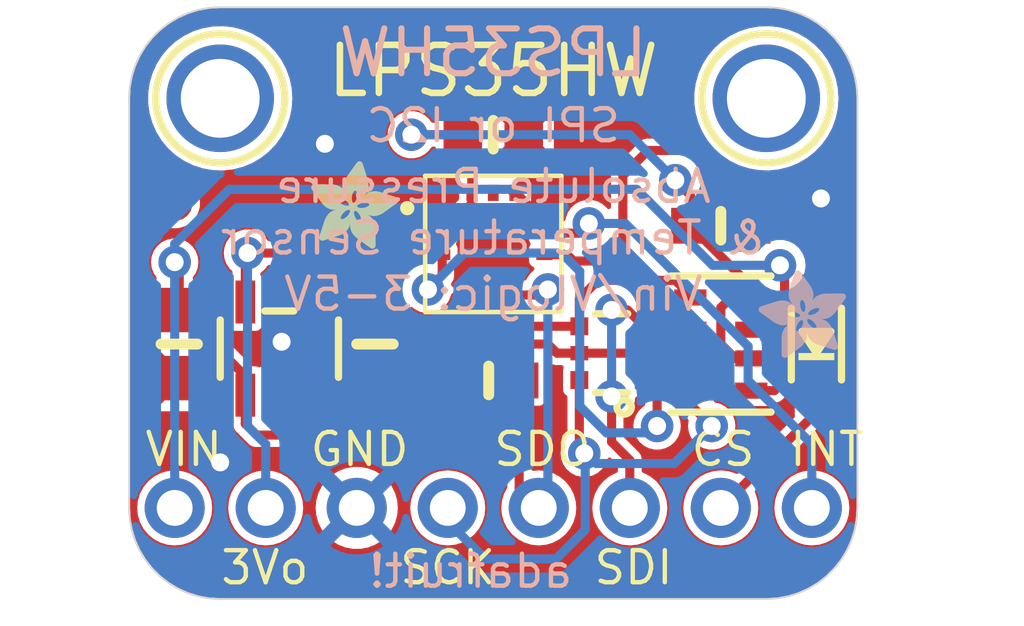
<source format=kicad_pcb>
(kicad_pcb (version 20221018) (generator pcbnew)
  (layers (0 "F.Cu" signal) (31 "B.Cu" signal) (34 "B.Paste" user) (35 "F.Paste" user) (36 "B.SilkS" user "B.Silkscreen") (37 "F.SilkS" user "F.Silkscreen") (38 "B.Mask" user) (39 "F.Mask" user) (44 "Edge.Cuts" user))
  (net 0 "")
  (net 1 "GND")
  (net 2 "SDI_3V")
  (net 3 "SCK_3V")
  (net 4 "CS_3V")
  (net 5 "3.3V")
  (net 6 "SDO/ADR")
  (net 7 "SDI/SDA")
  (net 8 "SCK/SCL")
  (net 9 "VIN")
  (net 10 "CS")
  (net 11 "INT")
  (footprint "working:SOT23-5" (layer "F.Cu") (at 142.5321 106.2736)
    (fp_text reference "U2" hide)
    (fp_text value "MIC5225-3.3")
    (pad "1" smd rect (at -0.95 1.3001) (size 0.55 1.2) (layers "F.Cu" "F.Paste" "F.Mask") (net 9 "VIN"))
    (pad "2" smd rect (at 0 1.3001) (size 0.55 1.2) (layers "F.Cu" "F.Paste" "F.Mask") (net 1 "GND"))
    (pad "3" smd rect (at 0.95 1.3001) (size 0.55 1.2) (layers "F.Cu" "F.Paste" "F.Mask") (net 9 "VIN"))
    (pad "4" smd rect (at 0.95 -1.3001) (size 0.55 1.2) (layers "F.Cu" "F.Paste" "F.Mask"))
    (pad "5" smd rect (at -0.95 -1.3001) (size 0.55 1.2) (layers "F.Cu" "F.Paste" "F.Mask") (net 5 "3.3V"))
  )
  (footprint "working:0603-NO" (layer "F.Cu") (at 154.8511 102.8446 180)
    (fp_text reference "R1" hide)
    (fp_text value "10K")
    (pad "1" smd rect (at -0.85 0 180) (size 1.075 1) (layers "F.Cu" "F.Paste" "F.Mask") (net 4 "CS_3V"))
    (pad "2" smd rect (at 0.85 0 180) (size 1.075 1) (layers "F.Cu" "F.Paste" "F.Mask") (net 5 "3.3V"))
  )
  (footprint "working:0603-NO" (layer "F.Cu") (at 148.5011 100.3046)
    (fp_text reference "C4" hide)
    (fp_text value "0.1uF")
    (pad "1" smd rect (at -0.85 0) (size 1.075 1) (layers "F.Cu" "F.Paste" "F.Mask") (net 5 "3.3V"))
    (pad "2" smd rect (at 0.85 0) (size 1.075 1) (layers "F.Cu" "F.Paste" "F.Mask") (net 1 "GND"))
  )
  (footprint "working:SOD-323" (layer "F.Cu") (at 157.5181 106.1466 90)
    (fp_text reference "D2" hide)
    (fp_text value "1N4148")
    (pad "A" smd rect (at 1.27 0 90) (size 1.35 0.8) (layers "F.Cu" "F.Paste" "F.Mask") (net 4 "CS_3V"))
    (pad "C" smd rect (at -1.27 0 90) (size 1.35 0.8) (layers "F.Cu" "F.Paste" "F.Mask") (net 10 "CS"))
  )
  (footprint "working:FIDUCIAL_1MM" (layer "F.Cu") (at 139.6111 102.2096)
    (fp_text reference "U$5" hide)
    (fp_text value "FIDUCIAL_1MM" hide)
    (pad "1" smd roundrect (at 0 0) (size 1 1) (layers "F.Cu" "F.Mask") (roundrect_rratio 0.5))
  )
  (footprint "working:RESPACK_4X0603" (layer "F.Cu") (at 154.8511 106.1466 90)
    (fp_text reference "R3" hide)
    (fp_text value "10K")
    (pad "1" smd rect (at -1.3 0.85 90) (size 0.45 0.9) (layers "F.Cu" "F.Paste" "F.Mask") (net 9 "VIN"))
    (pad "2" smd rect (at -0.4 0.85 90) (size 0.45 0.9) (layers "F.Cu" "F.Paste" "F.Mask") (net 5 "3.3V"))
    (pad "3" smd rect (at 0.4 0.85 90) (size 0.45 0.9) (layers "F.Cu" "F.Paste" "F.Mask") (net 9 "VIN"))
    (pad "4" smd rect (at 1.3 0.85 90) (size 0.45 0.9) (layers "F.Cu" "F.Paste" "F.Mask") (net 5 "3.3V"))
    (pad "5" smd rect (at 1.3 -0.85 90) (size 0.45 0.9) (layers "F.Cu" "F.Paste" "F.Mask") (net 2 "SDI_3V"))
    (pad "6" smd rect (at 0.4 -0.85 90) (size 0.45 0.9) (layers "F.Cu" "F.Paste" "F.Mask") (net 7 "SDI/SDA"))
    (pad "7" smd rect (at -0.4 -0.85 90) (size 0.45 0.9) (layers "F.Cu" "F.Paste" "F.Mask") (net 3 "SCK_3V"))
    (pad "8" smd rect (at -1.3 -0.85 90) (size 0.45 0.9) (layers "F.Cu" "F.Paste" "F.Mask") (net 8 "SCK/SCL"))
  )
  (footprint "working:MOUNTINGHOLE_2.0_PLATED" (layer "F.Cu") (at 140.8811 99.2886)
    (fp_text reference "U$7" hide)
    (fp_text value "MOUNTINGHOLE2.0" hide)
    (pad "P$1" thru_hole circle (at 0 0) (size 3 3) (drill 2.2) (layers "*.Cu" "*.Mask"))
    (zone (net 0) (net_name "") (layer "F.Cu") (connect_pads (clearance 0)) (min_thickness 0.25)
      (keepout (tracks not_allowed) (vias not_allowed) (pads not_allowed) (copperpour not_allowed) (footprints allowed))
      (fill (thermal_gap 0.5) (thermal_bridge_width 0.5))
      (polygon (pts (xy 142.8971 99.2886) (xy 142.87748 99.008027) (xy 142.819004 98.732915) (xy 142.722808 98.468619) (xy 142.590765 98.220283) (xy 142.425446 97.99274) (xy 142.230067 97.79042) (xy 142.008433 97.61726) (xy 141.764856 97.476631) (xy 141.504078 97.37127) (xy 141.231175 97.303228) (xy 140.951457 97.273828) (xy 140.670371 97.283644) (xy 140.393385 97.332484) (xy 140.125893 97.419397) (xy 139.8731 97.542693) (xy 139.639926 97.69997) (xy 139.430911 97.888169) (xy 139.250122 98.103625) (xy 139.101078 98.342145) (xy 138.98668 98.599087) (xy 138.909154 98.86945) (xy 138.870011 99.147971) (xy 138.870011 99.429229) (xy 138.909154 99.70775) (xy 138.98668 99.978113) (xy 139.101078 100.235055) (xy 139.250122 100.473575) (xy 139.430911 100.689031) (xy 139.639926 100.87723) (xy 139.8731 101.034507) (xy 140.125893 101.157803) (xy 140.393385 101.244716) (xy 140.670371 101.293556) (xy 140.951457 101.303372) (xy 141.231175 101.273972) (xy 141.504078 101.20593) (xy 141.764856 101.100569) (xy 142.008433 100.95994) (xy 142.230067 100.78678) (xy 142.425446 100.58446) (xy 142.590765 100.356917) (xy 142.722808 100.108581) (xy 142.819004 99.844285) (xy 142.87748 99.569173)))
      (polygon (pts (xy 140.8651 99.2886) (xy 140.869786 99.299914) (xy 140.8811 99.3046) (xy 140.892414 99.299914) (xy 140.8971 99.2886) (xy 140.892414 99.277286) (xy 140.8811 99.2726) (xy 140.869786 99.277286)))
    )
    (zone (net 0) (net_name "") (layer "B.Cu") (connect_pads (clearance 0)) (min_thickness 0.25)
      (keepout (tracks not_allowed) (vias not_allowed) (pads not_allowed) (copperpour not_allowed) (footprints allowed))
      (fill (thermal_gap 0.5) (thermal_bridge_width 0.5))
      (polygon (pts (xy 142.8971 99.2886) (xy 142.87748 99.008027) (xy 142.819004 98.732915) (xy 142.722808 98.468619) (xy 142.590765 98.220283) (xy 142.425446 97.99274) (xy 142.230067 97.79042) (xy 142.008433 97.61726) (xy 141.764856 97.476631) (xy 141.504078 97.37127) (xy 141.231175 97.303228) (xy 140.951457 97.273828) (xy 140.670371 97.283644) (xy 140.393385 97.332484) (xy 140.125893 97.419397) (xy 139.8731 97.542693) (xy 139.639926 97.69997) (xy 139.430911 97.888169) (xy 139.250122 98.103625) (xy 139.101078 98.342145) (xy 138.98668 98.599087) (xy 138.909154 98.86945) (xy 138.870011 99.147971) (xy 138.870011 99.429229) (xy 138.909154 99.70775) (xy 138.98668 99.978113) (xy 139.101078 100.235055) (xy 139.250122 100.473575) (xy 139.430911 100.689031) (xy 139.639926 100.87723) (xy 139.8731 101.034507) (xy 140.125893 101.157803) (xy 140.393385 101.244716) (xy 140.670371 101.293556) (xy 140.951457 101.303372) (xy 141.231175 101.273972) (xy 141.504078 101.20593) (xy 141.764856 101.100569) (xy 142.008433 100.95994) (xy 142.230067 100.78678) (xy 142.425446 100.58446) (xy 142.590765 100.356917) (xy 142.722808 100.108581) (xy 142.819004 99.844285) (xy 142.87748 99.569173)))
      (polygon (pts (xy 140.8651 99.2886) (xy 140.869786 99.299914) (xy 140.8811 99.3046) (xy 140.892414 99.299914) (xy 140.8971 99.2886) (xy 140.892414 99.277286) (xy 140.8811 99.2726) (xy 140.869786 99.277286)))
    )
  )
  (footprint "working:ADAFRUIT_2.5MM" (layer "F.Cu") (at 143.4211 103.4796)
    (fp_text reference "U$6" hide)
    (fp_text value "" hide)
  )
  (footprint "working:0805-NO" (layer "F.Cu") (at 145.1991 106.1466 -90)
    (fp_text reference "C3" hide)
    (fp_text value "10uF")
    (pad "1" smd rect (at -0.95 0 270) (size 1.24 1.5) (layers "F.Cu" "F.Paste" "F.Mask") (net 5 "3.3V"))
    (pad "2" smd rect (at 0.95 0 270) (size 1.24 1.5) (layers "F.Cu" "F.Paste" "F.Mask") (net 1 "GND"))
  )
  (footprint "working:1X08_ROUND" (layer "F.Cu") (at 148.5011 110.7186)
    (fp_text reference "JP1" hide)
    (fp_text value "IO HEADER")
    (pad "1" thru_hole circle (at -8.89 0 90) (size 1.6764 1.6764) (drill 1) (layers "*.Cu" "*.Mask") (net 9 "VIN"))
    (pad "2" thru_hole circle (at -6.35 0 90) (size 1.6764 1.6764) (drill 1) (layers "*.Cu" "*.Mask") (net 5 "3.3V"))
    (pad "3" thru_hole circle (at -3.81 0 90) (size 1.6764 1.6764) (drill 1) (layers "*.Cu" "*.Mask") (net 1 "GND"))
    (pad "4" thru_hole circle (at -1.27 0 90) (size 1.6764 1.6764) (drill 1) (layers "*.Cu" "*.Mask") (net 8 "SCK/SCL"))
    (pad "5" thru_hole circle (at 1.27 0 90) (size 1.6764 1.6764) (drill 1) (layers "*.Cu" "*.Mask") (net 6 "SDO/ADR"))
    (pad "6" thru_hole circle (at 3.81 0 90) (size 1.6764 1.6764) (drill 1) (layers "*.Cu" "*.Mask") (net 7 "SDI/SDA"))
    (pad "7" thru_hole circle (at 6.35 0 90) (size 1.6764 1.6764) (drill 1) (layers "*.Cu" "*.Mask") (net 10 "CS"))
    (pad "8" thru_hole circle (at 8.89 0 90) (size 1.6764 1.6764) (drill 1) (layers "*.Cu" "*.Mask") (net 11 "INT"))
  )
  (footprint "working:SOT363" (layer "F.Cu") (at 151.8031 106.4006 90)
    (fp_text reference "Q1" hide)
    (fp_text value "BSS138 DUAL")
    (pad "1" smd rect (at -0.75 0.9 90) (size 0.5 0.5) (layers "F.Cu" "F.Paste" "F.Mask") (net 3 "SCK_3V"))
    (pad "2" smd rect (at 0 0.9 90) (size 0.4 0.5) (layers "F.Cu" "F.Paste" "F.Mask") (net 5 "3.3V"))
    (pad "3" smd rect (at 0.75 0.9 90) (size 0.5 0.5) (layers "F.Cu" "F.Paste" "F.Mask") (net 7 "SDI/SDA"))
    (pad "4" smd rect (at 0.75 -0.9 90) (size 0.5 0.5) (layers "F.Cu" "F.Paste" "F.Mask") (net 2 "SDI_3V"))
    (pad "5" smd rect (at 0 -0.9 90) (size 0.4 0.5) (layers "F.Cu" "F.Paste" "F.Mask") (net 5 "3.3V"))
    (pad "6" smd rect (at -0.75 -0.9 90) (size 0.5 0.5) (layers "F.Cu" "F.Paste" "F.Mask") (net 8 "SCK/SCL"))
  )
  (footprint "working:0805-NO" (layer "F.Cu") (at 139.7381 106.1466 -90)
    (fp_text reference "C1" hide)
    (fp_text value "10uF")
    (pad "1" smd rect (at -0.95 0 270) (size 1.24 1.5) (layers "F.Cu" "F.Paste" "F.Mask") (net 9 "VIN"))
    (pad "2" smd rect (at 0.95 0 270) (size 1.24 1.5) (layers "F.Cu" "F.Paste" "F.Mask") (net 1 "GND"))
  )
  (footprint "working:CCLGA10L" (layer "F.Cu") (at 148.5011 103.3526)
    (fp_text reference "U$3" hide)
    (fp_text value "LPS35HWLPS35HW")
    (pad "1" smd rect (at -1.425 -0.3) (size 0.45 0.3) (layers "F.Cu" "F.Paste" "F.Mask") (net 5 "3.3V"))
    (pad "2" smd rect (at -1.425 0.3) (size 0.45 0.3) (layers "F.Cu" "F.Paste" "F.Mask") (net 3 "SCK_3V"))
    (pad "3" smd rect (at -0.6 1.425 90) (size 0.45 0.3) (layers "F.Cu" "F.Paste" "F.Mask") (net 1 "GND"))
    (pad "4" smd rect (at 0 1.425 90) (size 0.45 0.3) (layers "F.Cu" "F.Paste" "F.Mask") (net 2 "SDI_3V"))
    (pad "5" smd rect (at 0.6 1.425 90) (size 0.45 0.3) (layers "F.Cu" "F.Paste" "F.Mask") (net 6 "SDO/ADR"))
    (pad "6" smd rect (at 1.425 0.3 180) (size 0.45 0.3) (layers "F.Cu" "F.Paste" "F.Mask") (net 4 "CS_3V"))
    (pad "7" smd rect (at 1.425 -0.3 180) (size 0.45 0.3) (layers "F.Cu" "F.Paste" "F.Mask") (net 11 "INT"))
    (pad "8" smd rect (at 0.6 -1.425 270) (size 0.45 0.3) (layers "F.Cu" "F.Paste" "F.Mask") (net 1 "GND"))
    (pad "9" smd rect (at 0 -1.425 270) (size 0.45 0.3) (layers "F.Cu" "F.Paste" "F.Mask") (net 1 "GND"))
    (pad "10" smd rect (at -0.6 -1.425 270) (size 0.45 0.3) (layers "F.Cu" "F.Paste" "F.Mask") (net 5 "3.3V"))
  )
  (footprint "working:FIDUCIAL_1MM" (layer "F.Cu") (at 156.1211 112.2426)
    (fp_text reference "U$15" hide)
    (fp_text value "FIDUCIAL_1MM" hide)
    (pad "1" smd roundrect (at 0 0) (size 1 1) (layers "F.Cu" "F.Mask") (roundrect_rratio 0.5))
  )
  (footprint "working:0603-NO" (layer "F.Cu") (at 148.3741 107.1626 180)
    (fp_text reference "R4" hide)
    (fp_text value "10K")
    (pad "1" smd rect (at -0.85 0 180) (size 1.075 1) (layers "F.Cu" "F.Paste" "F.Mask") (net 6 "SDO/ADR"))
    (pad "2" smd rect (at 0.85 0 180) (size 1.075 1) (layers "F.Cu" "F.Paste" "F.Mask") (net 5 "3.3V"))
  )
  (footprint "working:MOUNTINGHOLE_2.0_PLATED" (layer "F.Cu") (at 156.1211 99.2886)
    (fp_text reference "U$8" hide)
    (fp_text value "MOUNTINGHOLE2.0" hide)
    (pad "P$1" thru_hole circle (at 0 0) (size 3 3) (drill 2.2) (layers "*.Cu" "*.Mask"))
    (zone (net 0) (net_name "") (layer "F.Cu") (connect_pads (clearance 0)) (min_thickness 0.25)
      (keepout (tracks not_allowed) (vias not_allowed) (pads not_allowed) (copperpour not_allowed) (footprints allowed))
      (fill (thermal_gap 0.5) (thermal_bridge_width 0.5))
      (polygon (pts (xy 158.1371 99.2886) (xy 158.11748 99.008027) (xy 158.059004 98.732915) (xy 157.962808 98.468619) (xy 157.830765 98.220283) (xy 157.665446 97.99274) (xy 157.470067 97.79042) (xy 157.248433 97.61726) (xy 157.004856 97.476631) (xy 156.744078 97.37127) (xy 156.471175 97.303228) (xy 156.191457 97.273828) (xy 155.910371 97.283644) (xy 155.633385 97.332484) (xy 155.365893 97.419397) (xy 155.1131 97.542693) (xy 154.879926 97.69997) (xy 154.670911 97.888169) (xy 154.490122 98.103625) (xy 154.341078 98.342145) (xy 154.22668 98.599087) (xy 154.149154 98.86945) (xy 154.110011 99.147971) (xy 154.110011 99.429229) (xy 154.149154 99.70775) (xy 154.22668 99.978113) (xy 154.341078 100.235055) (xy 154.490122 100.473575) (xy 154.670911 100.689031) (xy 154.879926 100.87723) (xy 155.1131 101.034507) (xy 155.365893 101.157803) (xy 155.633385 101.244716) (xy 155.910371 101.293556) (xy 156.191457 101.303372) (xy 156.471175 101.273972) (xy 156.744078 101.20593) (xy 157.004856 101.100569) (xy 157.248433 100.95994) (xy 157.470067 100.78678) (xy 157.665446 100.58446) (xy 157.830765 100.356917) (xy 157.962808 100.108581) (xy 158.059004 99.844285) (xy 158.11748 99.569173)))
      (polygon (pts (xy 156.1051 99.2886) (xy 156.109786 99.299914) (xy 156.1211 99.3046) (xy 156.132414 99.299914) (xy 156.1371 99.2886) (xy 156.132414 99.277286) (xy 156.1211 99.2726) (xy 156.109786 99.277286)))
    )
    (zone (net 0) (net_name "") (layer "B.Cu") (connect_pads (clearance 0)) (min_thickness 0.25)
      (keepout (tracks not_allowed) (vias not_allowed) (pads not_allowed) (copperpour not_allowed) (footprints allowed))
      (fill (thermal_gap 0.5) (thermal_bridge_width 0.5))
      (polygon (pts (xy 158.1371 99.2886) (xy 158.11748 99.008027) (xy 158.059004 98.732915) (xy 157.962808 98.468619) (xy 157.830765 98.220283) (xy 157.665446 97.99274) (xy 157.470067 97.79042) (xy 157.248433 97.61726) (xy 157.004856 97.476631) (xy 156.744078 97.37127) (xy 156.471175 97.303228) (xy 156.191457 97.273828) (xy 155.910371 97.283644) (xy 155.633385 97.332484) (xy 155.365893 97.419397) (xy 155.1131 97.542693) (xy 154.879926 97.69997) (xy 154.670911 97.888169) (xy 154.490122 98.103625) (xy 154.341078 98.342145) (xy 154.22668 98.599087) (xy 154.149154 98.86945) (xy 154.110011 99.147971) (xy 154.110011 99.429229) (xy 154.149154 99.70775) (xy 154.22668 99.978113) (xy 154.341078 100.235055) (xy 154.490122 100.473575) (xy 154.670911 100.689031) (xy 154.879926 100.87723) (xy 155.1131 101.034507) (xy 155.365893 101.157803) (xy 155.633385 101.244716) (xy 155.910371 101.293556) (xy 156.191457 101.303372) (xy 156.471175 101.273972) (xy 156.744078 101.20593) (xy 157.004856 101.100569) (xy 157.248433 100.95994) (xy 157.470067 100.78678) (xy 157.665446 100.58446) (xy 157.830765 100.356917) (xy 157.962808 100.108581) (xy 158.059004 99.844285) (xy 158.11748 99.569173)))
      (polygon (pts (xy 156.1051 99.2886) (xy 156.109786 99.299914) (xy 156.1211 99.3046) (xy 156.132414 99.299914) (xy 156.1371 99.2886) (xy 156.132414 99.277286) (xy 156.1211 99.2726) (xy 156.109786 99.277286)))
    )
  )
  (footprint "working:ADAFRUIT_2.5MM" (layer "B.Cu") (at 158.3436 106.5276 180)
    (fp_text reference "U$2" hide)
    (fp_text value "" hide)
  )
  (gr_line (start 138.3411 110.7186) (end 138.3411 99.2886) (stroke (width 0.05)) (layer "Edge.Cuts"))
  (gr_arc (start 138.3411 99.2886) (mid 139.085049 97.492549) (end 140.8811 96.7486) (stroke (width 0.05)) (layer "Edge.Cuts"))
  (gr_line (start 156.1211 113.2586) (end 140.8811 113.2586) (stroke (width 0.05)) (layer "Edge.Cuts"))
  (gr_line (start 140.8811 96.7486) (end 156.1211 96.7486) (stroke (width 0.05)) (layer "Edge.Cuts"))
  (gr_arc (start 156.1211 96.7486) (mid 157.917151 97.492549) (end 158.6611 99.2886) (stroke (width 0.05)) (layer "Edge.Cuts"))
  (gr_arc (start 140.8811 113.2586) (mid 139.085049 112.514651) (end 138.3411 110.7186) (stroke (width 0.05)) (layer "Edge.Cuts"))
  (gr_arc (start 158.6611 110.7186) (mid 157.917151 112.514651) (end 156.1211 113.2586) (stroke (width 0.05)) (layer "Edge.Cuts"))
  (gr_line (start 158.6611 99.2886) (end 158.6611 110.7186) (stroke (width 0.05)) (layer "Edge.Cuts"))
  (gr_text "LPS35HW" (at 148.5011 98.0186) (layer "B.SilkS") (effects (font (size 1.251712 1.251712) (thickness 0.170688)) (justify mirror)))
  (gr_text "adafruit!" (at 150.7871 113.0046) (layer "B.SilkS") (effects (font (size 0.89408 0.89408) (thickness 0.12192)) (justify left bottom mirror)))
  (gr_text "Absolute Pressure\n& Temperature Sensor" (at 148.5011 102.4636) (layer "B.SilkS") (effects (font (size 0.89408 0.89408) (thickness 0.12192)) (justify mirror)))
  (gr_text "Vin/Vlogic: 3-5V" (at 148.5011 104.7496) (layer "B.SilkS") (effects (font (size 0.89408 0.89408) (thickness 0.12192)) (justify mirror)))
  (gr_text "SPI or I2C" (at 148.5011 100.0506) (layer "B.SilkS") (effects (font (size 0.89408 0.89408) (thickness 0.12192)) (justify mirror)))
  (gr_text "CS" (at 155.8671 108.5596) (layer "F.SilkS") (effects (font (size 0.89408 0.89408) (thickness 0.12192)) (justify right top)))
  (gr_text "GND" (at 146.2151 108.5596) (layer "F.SilkS") (effects (font (size 0.89408 0.89408) (thickness 0.12192)) (justify right top)))
  (gr_text "SDI" (at 153.5811 111.8616) (layer "F.SilkS") (effects (font (size 0.89408 0.89408) (thickness 0.12192)) (justify right top)))
  (gr_text "3Vo" (at 143.4211 111.8616) (layer "F.SilkS") (effects (font (size 0.89408 0.89408) (thickness 0.12192)) (justify right top)))
  (gr_text "INT" (at 158.9151 108.5596) (layer "F.SilkS") (effects (font (size 0.89408 0.89408) (thickness 0.12192)) (justify right top)))
  (gr_text "SCK" (at 148.6281 111.8616) (layer "F.SilkS") (effects (font (size 0.89408 0.89408) (thickness 0.12192)) (justify right top)))
  (gr_text "LPS35HW" (at 148.5011 98.5266) (layer "F.SilkS") (effects (font (size 1.34112 1.34112) (thickness 0.18288))))
  (gr_text "VIN" (at 141.0081 108.5596) (layer "F.SilkS") (effects (font (size 0.89408 0.89408) (thickness 0.12192)) (justify right top)))
  (gr_text "SDO" (at 151.2951 108.5596) (layer "F.SilkS") (effects (font (size 0.89408 0.89408) (thickness 0.12192)) (justify right top)))
  (via (at 157.6451 102.0826) (size 0.9064) (drill 0.5) (layers "F.Cu" "B.Cu") (net 1))
  (via (at 142.5956 106.0831) (size 0.9064) (drill 0.5) (layers "F.Cu" "B.Cu") (net 1))
  (via (at 140.8811 109.4486) (size 0.9064) (drill 0.5) (layers "F.Cu" "B.Cu") (net 1))
  (via (at 143.8021 100.5586) (size 0.9064) (drill 0.5) (layers "F.Cu" "B.Cu") (net 1))
  (segment (start 150.9031 105.6506) (end 148.7671 105.6506) (width 0.254) (layer "F.Cu") (net 2))
  (segment (start 154.0011 104.7886) (end 154.0011 104.8466) (width 0.254) (layer "F.Cu") (net 2))
  (segment (start 150.9031 104.8886) (end 151.4231 104.3686) (width 0.254) (layer "F.Cu") (net 2))
  (segment (start 148.7671 105.6506) (end 148.5011 105.3846) (width 0.254) (layer "F.Cu") (net 2))
  (segment (start 153.5811 104.3686) (end 154.0011 104.7886) (width 0.254) (layer "F.Cu") (net 2))
  (segment (start 150.9031 105.6506) (end 150.9031 104.8886) (width 0.254) (layer "F.Cu") (net 2))
  (segment (start 148.5011 105.3846) (end 148.5011 104.7776) (width 0.254) (layer "F.Cu") (net 2))
  (segment (start 151.4231 104.3686) (end 153.5811 104.3686) (width 0.254) (layer "F.Cu") (net 2))
  (segment (start 153.0731 107.5206) (end 153.0731 108.4326) (width 0.254) (layer "F.Cu") (net 3))
  (segment (start 152.7151 107.1626) (end 152.7031 107.1506) (width 0.254) (layer "F.Cu") (net 3))
  (segment (start 154.0011 106.5466) (end 153.759125 106.5466) (width 0.254) (layer "F.Cu") (net 3))
  (segment (start 152.7031 107.1506) (end 153.0731 107.5206) (width 0.254) (layer "F.Cu") (net 3))
  (segment (start 153.2209 107.1626) (end 152.7151 107.1626) (width 0.254) (layer "F.Cu") (net 3))
  (segment (start 146.67935 104.6226) (end 147.0761 104.22585) (width 0.254) (layer "F.Cu") (net 3))
  (segment (start 153.759125 106.5466) (end 153.2209 107.084825) (width 0.254) (layer "F.Cu") (net 3))
  (segment (start 147.0761 104.22585) (end 147.0761 103.6526) (width 0.254) (layer "F.Cu") (net 3))
  (segment (start 153.2209 107.084825) (end 153.2209 107.1626) (width 0.254) (layer "F.Cu") (net 3))
  (via (at 146.67935 104.6226) (size 0.9064) (drill 0.5) (layers "F.Cu" "B.Cu") (net 3))
  (via (at 153.0731 108.4326) (size 0.9064) (drill 0.5) (layers "F.Cu" "B.Cu") (net 3))
  (segment (start 151.659368 108.6231) (end 150.9141 107.877832) (width 0.254) (layer "B.Cu") (net 3))
  (segment (start 152.8826 108.6231) (end 151.659368 108.6231) (width 0.254) (layer "B.Cu") (net 3))
  (segment (start 150.4061 103.6066) (end 147.69535 103.6066) (width 0.254) (layer "B.Cu") (net 3))
  (segment (start 147.69535 103.6066) (end 146.67935 104.6226) (width 0.254) (layer "B.Cu") (net 3))
  (segment (start 153.0731 108.4326) (end 152.8826 108.6231) (width 0.254) (layer "B.Cu") (net 3))
  (segment (start 150.9141 107.877832) (end 150.9141 104.1146) (width 0.254) (layer "B.Cu") (net 3))
  (segment (start 150.9141 104.1146) (end 150.4061 103.6066) (width 0.254) (layer "B.Cu") (net 3))
  (segment (start 150.738618 103.82885) (end 150.562368 103.6526) (width 0.254) (layer "F.Cu") (net 4))
  (segment (start 155.7011 102.024125) (end 154.421375 100.7444) (width 0.254) (layer "F.Cu") (net 4))
  (segment (start 152.1174 101.445825) (end 152.1174 103.2923) (width 0.254) (layer "F.Cu") (net 4))
  (segment (start 155.7011 102.8446) (end 155.7011 102.024125) (width 0.254) (layer "F.Cu") (net 4))
  (segment (start 157.5181 103.2256) (end 157.1371 102.8446) (width 0.254) (layer "F.Cu") (net 4))
  (segment (start 154.421375 100.7444) (end 152.818825 100.7444) (width 0.254) (layer "F.Cu") (net 4))
  (segment (start 151.58085 103.82885) (end 150.738618 103.82885) (width 0.254) (layer "F.Cu") (net 4))
  (segment (start 152.1174 103.2923) (end 151.58085 103.82885) (width 0.254) (layer "F.Cu") (net 4))
  (segment (start 157.5181 104.8766) (end 157.5181 103.2256) (width 0.254) (layer "F.Cu") (net 4))
  (segment (start 150.562368 103.6526) (end 149.9261 103.6526) (width 0.254) (layer "F.Cu") (net 4))
  (segment (start 157.1371 102.8446) (end 155.7011 102.8446) (width 0.254) (layer "F.Cu") (net 4))
  (segment (start 152.818825 100.7444) (end 152.1174 101.445825) (width 0.254) (layer "F.Cu") (net 4))
  (segment (start 141.5821 103.6676) (end 141.5821 104.9735) (width 0.254) (layer "F.Cu") (net 5))
  (segment (start 147.5241 107.1626) (end 148.5401 106.1466) (width 0.254) (layer "F.Cu") (net 5))
  (segment (start 141.6431 103.6066) (end 141.5821 103.6676) (width 0.254) (layer "F.Cu") (net 5))
  (segment (start 146.2611 103.0526) (end 147.0761 103.0526) (width 0.254) (layer "F.Cu") (net 5))
  (segment (start 147.9011 102.2276) (end 147.9011 101.9276) (width 0.254) (layer "F.Cu") (net 5))
  (segment (start 145.1991 104.1146) (end 145.1991 105.1966) (width 0.254) (layer "F.Cu") (net 5))
  (segment (start 153.5811 101.5746) (end 154.0011 101.9946) (width 0.254) (layer "F.Cu") (net 5))
  (segment (start 154.8511 106.1466) (end 155.2511 106.5466) (width 0.254) (layer "F.Cu") (net 5))
  (segment (start 155.7011 104.8466) (end 155.7011 104.5446) (width 0.254) (layer "F.Cu") (net 5))
  (segment (start 141.6431 103.6066) (end 144.6911 103.6066) (width 0.254) (layer "F.Cu") (net 5))
  (segment (start 148.5401 106.1466) (end 150.0251 106.1466) (width 0.254) (layer "F.Cu") (net 5))
  (segment (start 145.1991 104.1146) (end 146.2611 103.0526) (width 0.254) (layer "F.Cu") (net 5))
  (segment (start 145.5581 105.1966) (end 147.5241 107.1626) (width 0.254) (layer "F.Cu") (net 5))
  (segment (start 155.7011 104.5446) (end 154.0011 102.8446) (width 0.254) (layer "F.Cu") (net 5))
  (segment (start 145.1991 105.1966) (end 145.5581 105.1966) (width 0.254) (layer "F.Cu") (net 5))
  (segment (start 147.6511 100.3046) (end 147.9011 100.5546) (width 0.254) (layer "F.Cu") (net 5))
  (segment (start 144.6911 103.6066) (end 145.1991 104.1146) (width 0.254) (layer "F.Cu") (net 5))
  (segment (start 147.0761 103.0526) (end 147.9011 102.2276) (width 0.254) (layer "F.Cu") (net 5))
  (segment (start 146.2151 100.3046) (end 147.6511 100.3046) (width 0.254) (layer "F.Cu") (net 5))
  (segment (start 147.9011 101.9276) (end 147.9011 100.5546) (width 0.254) (layer "F.Cu") (net 5))
  (segment (start 155.1351 104.8466) (end 154.8511 105.1306) (width 0.254) (layer "F.Cu") (net 5))
  (segment (start 155.2511 106.5466) (end 155.7011 106.5466) (width 0.254) (layer "F.Cu") (net 5))
  (segment (start 150.2791 106.4006) (end 150.9031 106.4006) (width 0.254) (layer "F.Cu") (net 5))
  (segment (start 154.8511 105.1306) (end 154.8511 106.1466) (width 0.254) (layer "F.Cu") (net 5))
  (segment (start 155.7011 104.8466) (end 155.1351 104.8466) (width 0.254) (layer "F.Cu") (net 5))
  (segment (start 150.0251 106.1466) (end 150.2791 106.4006) (width 0.254) (layer "F.Cu") (net 5))
  (segment (start 154.0011 101.9946) (end 154.0011 102.8446) (width 0.254) (layer "F.Cu") (net 5))
  (segment (start 152.7031 106.4006) (end 150.9031 106.4006) (width 0.254) (layer "F.Cu") (net 5))
  (via (at 141.6431 103.6066) (size 0.9064) (drill 0.5) (layers "F.Cu" "B.Cu") (net 5))
  (via (at 153.5811 101.5746) (size 0.9064) (drill 0.5) (layers "F.Cu" "B.Cu") (net 5))
  (via (at 146.2151 100.3046) (size 0.9064) (drill 0.5) (layers "F.Cu" "B.Cu") (net 5))
  (segment (start 152.3111 100.3046) (end 146.2151 100.3046) (width 0.254) (layer "B.Cu") (net 5))
  (segment (start 141.6431 108.4326) (end 141.6431 103.6066) (width 0.254) (layer "B.Cu") (net 5))
  (segment (start 142.1511 108.9406) (end 141.6431 108.4326) (width 0.254) (layer "B.Cu") (net 5))
  (segment (start 142.1511 110.7186) (end 142.1511 108.9406) (width 0.254) (layer "B.Cu") (net 5))
  (segment (start 153.5811 101.5746) (end 152.3111 100.3046) (width 0.254) (layer "B.Cu") (net 5))
  (segment (start 149.2241 110.1716) (end 149.2241 107.1626) (width 0.254) (layer "F.Cu") (net 6))
  (segment (start 149.1011 104.7776) (end 149.8701 104.7776) (width 0.254) (layer "F.Cu") (net 6))
  (segment (start 149.8701 104.7776) (end 150.0251 104.6226) (width 0.254) (layer "F.Cu") (net 6))
  (segment (start 149.7711 110.7186) (end 149.2241 110.1716) (width 0.254) (layer "F.Cu") (net 6))
  (via (at 150.0251 104.6226) (size 0.9064) (drill 0.5) (layers "F.Cu" "B.Cu") (net 6))
  (segment (start 150.0251 104.6226) (end 150.0251 110.4646) (width 0.254) (layer "B.Cu") (net 6))
  (segment (start 150.0251 110.4646) (end 149.7711 110.7186) (width 0.254) (layer "B.Cu") (net 6))
  (segment (start 151.8031 108.8771) (end 151.8031 107.6071) (width 0.254) (layer "F.Cu") (net 7))
  (segment (start 152.3111 109.3851) (end 151.8031 108.8771) (width 0.254) (layer "F.Cu") (net 7))
  (segment (start 152.3111 110.7186) (end 152.3111 109.3851) (width 0.254) (layer "F.Cu") (net 7))
  (segment (start 152.2466 105.1941) (end 152.7031 105.6506) (width 0.254) (layer "F.Cu") (net 7))
  (segment (start 152.7031 105.6506) (end 153.9051 105.6506) (width 0.254) (layer "F.Cu") (net 7))
  (segment (start 151.8031 105.1941) (end 152.2466 105.1941) (width 0.254) (layer "F.Cu") (net 7))
  (segment (start 153.9051 105.6506) (end 154.0011 105.7466) (width 0.254) (layer "F.Cu") (net 7))
  (via (at 151.8031 105.1941) (size 0.9064) (drill 0.5) (layers "F.Cu" "B.Cu") (net 7))
  (via (at 151.8031 107.6071) (size 0.9064) (drill 0.5) (layers "F.Cu" "B.Cu") (net 7))
  (segment (start 151.8031 107.6071) (end 151.8031 105.1941) (width 0.254) (layer "B.Cu") (net 7))
  (segment (start 154.0011 107.8366) (end 154.0011 107.4466) (width 0.254) (layer "F.Cu") (net 8))
  (segment (start 150.9031 109.0566) (end 150.9031 107.1506) (width 0.254) (layer "F.Cu") (net 8))
  (segment (start 154.5971 108.4326) (end 154.0011 107.8366) (width 0.254) (layer "F.Cu") (net 8))
  (segment (start 151.0411 109.1946) (end 150.9031 109.0566) (width 0.254) (layer "F.Cu") (net 8))
  (via (at 154.5971 108.4326) (size 0.9064) (drill 0.5) (layers "F.Cu" "B.Cu") (net 8))
  (via (at 151.0411 109.1946) (size 0.9064) (drill 0.5) (layers "F.Cu" "B.Cu") (net 8))
  (segment (start 151.0665 109.22) (end 151.0665 111.329569) (width 0.254) (layer "B.Cu") (net 8))
  (segment (start 148.271131 112.141) (end 150.255068 112.141) (width 0.254) (layer "B.Cu") (net 8))
  (segment (start 151.087868 109.1946) (end 151.373618 109.48035) (width 0.254) (layer "B.Cu") (net 8))
  (segment (start 151.0411 109.1946) (end 151.0665 109.22) (width 0.254) (layer "B.Cu") (net 8))
  (segment (start 147.2311 110.7186) (end 147.2311 111.100969) (width 0.254) (layer "B.Cu") (net 8))
  (segment (start 150.255068 112.141) (end 151.0665 111.329569) (width 0.254) (layer "B.Cu") (net 8))
  (segment (start 148.271131 112.141) (end 147.2311 111.100969) (width 0.254) (layer "B.Cu") (net 8))
  (segment (start 151.373618 109.48035) (end 153.54935 109.48035) (width 0.254) (layer "B.Cu") (net 8))
  (segment (start 153.54935 109.48035) (end 154.5971 108.4326) (width 0.254) (layer "B.Cu") (net 8))
  (segment (start 151.0411 109.1946) (end 151.087868 109.1946) (width 0.254) (layer "B.Cu") (net 8))
  (segment (start 143.4821 107.5737) (end 143.4211 107.6347) (width 0.254) (layer "F.Cu") (net 9))
  (segment (start 141.5821 107.5737) (end 141.5821 107.0406) (width 0.254) (layer "F.Cu") (net 9))
  (segment (start 141.8971 108.6866) (end 141.5821 108.3716) (width 0.254) (layer "F.Cu") (net 9))
  (segment (start 141.5821 107.0406) (end 139.7381 105.1966) (width 0.254) (layer "F.Cu") (net 9))
  (segment (start 139.6111 103.8606) (end 139.7381 103.9876) (width 0.254) (layer "F.Cu") (net 9))
  (segment (start 156.3451 107.4466) (end 155.7011 107.4466) (width 0.254) (layer "F.Cu") (net 9))
  (segment (start 143.4211 107.6347) (end 143.4211 108.4326) (width 0.254) (layer "F.Cu") (net 9))
  (segment (start 156.6291 104.0765) (end 156.6291 105.8926) (width 0.254) (layer "F.Cu") (net 9))
  (segment (start 156.5021 103.9495) (end 156.6291 104.0765) (width 0.254) (layer "F.Cu") (net 9))
  (segment (start 156.6291 107.1626) (end 156.3451 107.4466) (width 0.254) (layer "F.Cu") (net 9))
  (segment (start 141.5821 108.3716) (end 141.5821 107.5737) (width 0.254) (layer "F.Cu") (net 9))
  (segment (start 156.4831 105.7466) (end 156.6291 105.8926) (width 0.254) (layer "F.Cu") (net 9))
  (segment (start 156.6291 105.8926) (end 156.6291 107.1626) (width 0.254) (layer "F.Cu") (net 9))
  (segment (start 143.4211 108.4326) (end 143.1671 108.6866) (width 0.254) (layer "F.Cu") (net 9))
  (segment (start 155.7011 105.7466) (end 156.4831 105.7466) (width 0.254) (layer "F.Cu") (net 9))
  (segment (start 143.1671 108.6866) (end 141.8971 108.6866) (width 0.254) (layer "F.Cu") (net 9))
  (segment (start 139.7381 103.9876) (end 139.7381 105.1966) (width 0.254) (layer "F.Cu") (net 9))
  (via (at 139.6111 103.8606) (size 0.9064) (drill 0.5) (layers "F.Cu" "B.Cu") (net 9))
  (via (at 156.5021 103.9495) (size 0.9064) (drill 0.5) (layers "F.Cu" "B.Cu") (net 9))
  (segment (start 141.1351 101.8286) (end 152.5016 101.8286) (width 0.254) (layer "B.Cu") (net 9))
  (segment (start 141.1351 101.8286) (end 139.6111 103.3526) (width 0.254) (layer "B.Cu") (net 9))
  (segment (start 154.6225 103.9495) (end 152.5016 101.8286) (width 0.254) (layer "B.Cu") (net 9))
  (segment (start 139.6111 110.7186) (end 139.6111 103.8606) (width 0.254) (layer "B.Cu") (net 9))
  (segment (start 139.6111 103.8606) (end 139.6111 103.3526) (width 0.254) (layer "B.Cu") (net 9))
  (segment (start 154.6225 103.9495) (end 156.5021 103.9495) (width 0.254) (layer "B.Cu") (net 9))
  (segment (start 157.5181 108.0516) (end 154.8511 110.7186) (width 0.254) (layer "F.Cu") (net 10))
  (segment (start 157.5181 107.4166) (end 157.5181 108.0516) (width 0.254) (layer "F.Cu") (net 10))
  (segment (start 151.1681 102.7811) (end 150.8966 103.0526) (width 0.254) (layer "F.Cu") (net 11))
  (segment (start 150.8966 103.0526) (end 149.9261 103.0526) (width 0.254) (layer "F.Cu") (net 11))
  (via (at 151.1681 102.7811) (size 0.9064) (drill 0.5) (layers "F.Cu" "B.Cu") (net 11))
  (segment (start 152.1841 102.7811) (end 151.1681 102.7811) (width 0.254) (layer "B.Cu") (net 11))
  (segment (start 157.3911 108.9406) (end 155.6131 107.1626) (width 0.254) (layer "B.Cu") (net 11))
  (segment (start 155.6131 107.1626) (end 155.6131 106.2101) (width 0.254) (layer "B.Cu") (net 11))
  (segment (start 157.3911 110.7186) (end 157.3911 108.9406) (width 0.254) (layer "B.Cu") (net 11))
  (segment (start 155.6131 106.2101) (end 152.1841 102.7811) (width 0.254) (layer "B.Cu") (net 11))
  (zone (net 1) (net_name "GND") (layer "F.Cu") (priority 6) (connect_pads (clearance 0.000001)) (min_thickness 0.127) (fill yes (thermal_gap 0.304) (thermal_bridge_width 0.304))
    (polygon (pts (xy 158.7881 113.3856) (xy 138.2141 113.3856) (xy 138.2141 96.6216) (xy 158.7881 96.6216)))
  )
  (zone (net 1) (net_name "GND") (layer "B.Cu") (priority 6) (connect_pads (clearance 0.254)) (min_thickness 0.2032) (fill yes (thermal_gap 0.4564) (thermal_bridge_width 0.4564))
    (polygon (pts (xy 158.992869 113.4618) (xy 138.1379 113.4618) (xy 138.1379 96.5454) (xy 158.862743 96.5454)))
  )
)
</source>
